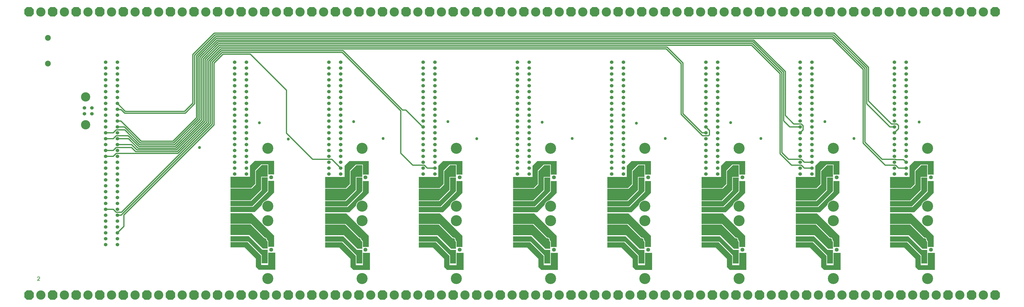
<source format=gbr>
G04 Layer_Physical_Order=2*
G04 Layer_Color=16440176*
%FSLAX45Y45*%
%MOMM*%
%TF.FileFunction,Copper,L2,Inr,Signal*%
%TF.Part,Single*%
G01*
G75*
%TA.AperFunction,NonConductor*%
%ADD12C,0.25400*%
%TA.AperFunction,ComponentPad*%
%ADD13C,1.69000*%
%ADD14R,1.69000X1.69000*%
%ADD15C,4.76000*%
%TA.AperFunction,ViaPad*%
G04:AMPARAMS|DCode=16|XSize=4mm|YSize=4mm|CornerRadius=0mm|HoleSize=0mm|Usage=FLASHONLY|Rotation=180.000|XOffset=0mm|YOffset=0mm|HoleType=Round|Shape=Octagon|*
%AMOCTAGOND16*
4,1,8,-2.00000,1.00000,-2.00000,-1.00000,-1.00000,-2.00000,1.00000,-2.00000,2.00000,-1.00000,2.00000,1.00000,1.00000,2.00000,-1.00000,2.00000,-2.00000,1.00000,0.0*
%
%ADD16OCTAGOND16*%

%TA.AperFunction,ComponentPad*%
%ADD17C,1.52400*%
%ADD18C,4.00000*%
%TA.AperFunction,ViaPad*%
%ADD19C,4.00000*%
%TA.AperFunction,ComponentPad*%
%ADD20C,2.50000*%
%TA.AperFunction,ViaPad*%
%ADD21C,1.27000*%
%TA.AperFunction,Conductor*%
%ADD22C,0.50000*%
G36*
X39567825Y7963700D02*
X39567822Y7658900D01*
X39364624D01*
X38780423Y8243100D01*
X37967624Y8243100D01*
X37967624Y8700300D01*
X38831223Y8700300D01*
X39567825Y7963700D01*
D02*
G37*
G36*
X35503824D02*
X35503824Y7658900D01*
X35300623D01*
X34716422Y8243100D01*
X33903622Y8243100D01*
X33903622Y8700300D01*
X34767224Y8700300D01*
X35503824Y7963700D01*
D02*
G37*
G36*
X15189200Y7975600D02*
X15189200Y7670800D01*
X14986000D01*
X14401801Y8255000D01*
X13589000Y8255000D01*
X13588998Y8712199D01*
X14452600Y8712200D01*
X15189200Y7975600D01*
D02*
G37*
G36*
X43631824Y7963700D02*
X43631824Y7658900D01*
X43428622D01*
X42844424Y8243100D01*
X42031622Y8243100D01*
X42031622Y8700300D01*
X42895224Y8700300D01*
X43631824Y7963700D01*
D02*
G37*
G36*
X23311824D02*
X23311823Y7658900D01*
X23108623D01*
X22524423Y8243100D01*
X21711623Y8243100D01*
X21711623Y8700300D01*
X22575223Y8700300D01*
X23311824Y7963700D01*
D02*
G37*
G36*
X19273224D02*
X19273222Y7658900D01*
X19070023D01*
X18485823Y8243100D01*
X17673022Y8243100D01*
X17673022Y8700300D01*
X18536623Y8700300D01*
X19273224Y7963700D01*
D02*
G37*
G36*
X31439825D02*
X31439822Y7658900D01*
X31236624D01*
X30652423Y8243100D01*
X29839624Y8243100D01*
X29839624Y8700300D01*
X30703223Y8700300D01*
X31439825Y7963700D01*
D02*
G37*
G36*
X27375824D02*
X27375824Y7658900D01*
X27172623D01*
X26588422Y8243100D01*
X25775623Y8243100D01*
X25775623Y8700300D01*
X26639224Y8700300D01*
X27375824Y7963700D01*
D02*
G37*
G36*
X39263022Y8801900D02*
X39847223Y8217700D01*
Y7735100D01*
X39593924D01*
X39593924Y7963699D01*
X39593924Y7963700D01*
X39593222Y7967230D01*
Y7989100D01*
X39551794Y8030527D01*
X39552451Y8035500D01*
X39548666Y8064242D01*
X39537573Y8091025D01*
X39519925Y8114024D01*
X39496924Y8131672D01*
X39470142Y8142766D01*
X39441400Y8146550D01*
X39436426Y8145896D01*
X38856622Y8725700D01*
X38834753D01*
X38831223Y8726402D01*
X37967624Y8726401D01*
X37967624Y9182900D01*
X38882022D01*
X39263022Y8801900D01*
D02*
G37*
G36*
X35199023D02*
X35783224Y8217700D01*
Y7735100D01*
X35529926D01*
X35529926Y7963699D01*
X35529926Y7963700D01*
X35529224Y7967230D01*
Y7989100D01*
X35487796Y8030527D01*
X35488449Y8035500D01*
X35484665Y8064242D01*
X35473572Y8091025D01*
X35455923Y8114024D01*
X35432925Y8131672D01*
X35406143Y8142766D01*
X35377399Y8146550D01*
X35372427Y8145896D01*
X34792621Y8725700D01*
X34770752D01*
X34767224Y8726402D01*
X33903622Y8726401D01*
X33903622Y9182900D01*
X34818024D01*
X35199023Y8801900D01*
D02*
G37*
G36*
X14884399Y8813800D02*
X14993469Y8704731D01*
X15012430Y8682530D01*
X15034631Y8663569D01*
X15468600Y8229600D01*
Y7747000D01*
X15215302D01*
X15215302Y7975599D01*
X15215302Y7975600D01*
X15214600Y7979130D01*
Y8000999D01*
X15166684Y8048916D01*
X15164667Y8064242D01*
X15153572Y8091025D01*
X15135924Y8114024D01*
X15112926Y8131672D01*
X15086142Y8142766D01*
X15070815Y8144784D01*
X14477998Y8737600D01*
X14456129D01*
X14452600Y8738302D01*
X13588998Y8738301D01*
X13589000Y9194800D01*
X14503400D01*
X14884399Y8813800D01*
D02*
G37*
G36*
X43327023Y8801900D02*
X43911224Y8217700D01*
Y7735100D01*
X43657925D01*
X43657925Y7963699D01*
X43657925Y7963700D01*
X43657224Y7967230D01*
Y7989100D01*
X43615796Y8030527D01*
X43616449Y8035500D01*
X43612665Y8064242D01*
X43601572Y8091025D01*
X43583923Y8114024D01*
X43560925Y8131672D01*
X43534143Y8142766D01*
X43505399Y8146550D01*
X43500427Y8145896D01*
X42920621Y8725700D01*
X42898752D01*
X42895224Y8726402D01*
X42031622Y8726401D01*
X42031622Y9182900D01*
X42946024D01*
X43327023Y8801900D01*
D02*
G37*
G36*
X23007024D02*
X23591223Y8217700D01*
Y7735100D01*
X23337926D01*
X23337926Y7963699D01*
X23337926Y7963700D01*
X23337222Y7967230D01*
Y7989100D01*
X23295795Y8030527D01*
X23296449Y8035500D01*
X23292667Y8064242D01*
X23281572Y8091025D01*
X23263924Y8114024D01*
X23240926Y8131672D01*
X23214142Y8142766D01*
X23185400Y8146550D01*
X23180428Y8145896D01*
X22600623Y8725700D01*
X22578754D01*
X22575223Y8726402D01*
X21711623Y8726401D01*
X21711623Y9182900D01*
X22626022D01*
X23007024Y8801900D01*
D02*
G37*
G36*
X18968423D02*
X19038786Y8731537D01*
X19049484Y8714081D01*
X19076430Y8682530D01*
X19107980Y8655584D01*
X19125436Y8644886D01*
X19552623Y8217700D01*
Y7735100D01*
X19299326D01*
X19299326Y7963699D01*
X19299326Y7963700D01*
X19298624Y7967230D01*
Y7989100D01*
X19229453Y8058271D01*
X19228667Y8064242D01*
X19217572Y8091025D01*
X19199924Y8114024D01*
X19176926Y8131672D01*
X19150142Y8142766D01*
X19144170Y8143552D01*
X18562022Y8725700D01*
X18540154D01*
X18536623Y8726402D01*
X17673022Y8726401D01*
X17673022Y9182900D01*
X18587424D01*
X18968423Y8801900D01*
D02*
G37*
G36*
X31135022D02*
X31719223Y8217700D01*
Y7735100D01*
X31465924D01*
X31465924Y7963699D01*
X31465924Y7963700D01*
X31465222Y7967230D01*
Y7989100D01*
X31423795Y8030527D01*
X31424451Y8035500D01*
X31420667Y8064242D01*
X31409573Y8091025D01*
X31391925Y8114024D01*
X31368924Y8131672D01*
X31342142Y8142766D01*
X31313400Y8146550D01*
X31308426Y8145896D01*
X30728622Y8725700D01*
X30706754D01*
X30703223Y8726402D01*
X29839624Y8726401D01*
X29839624Y9182900D01*
X30754022D01*
X31135022Y8801900D01*
D02*
G37*
G36*
X27071024D02*
X27655222Y8217700D01*
Y7735100D01*
X27401926D01*
X27401926Y7963699D01*
X27401926Y7963700D01*
X27401224Y7967230D01*
Y7989100D01*
X27359796Y8030527D01*
X27360449Y8035500D01*
X27356665Y8064242D01*
X27345572Y8091025D01*
X27327924Y8114024D01*
X27304926Y8131672D01*
X27278143Y8142766D01*
X27249399Y8146550D01*
X27244427Y8145896D01*
X26664621Y8725700D01*
X26642752D01*
X26639224Y8726402D01*
X25775623Y8726401D01*
X25775623Y9182900D01*
X26690024D01*
X27071024Y8801900D01*
D02*
G37*
G36*
X39287723Y7354801D02*
X39287723Y7023900D01*
X39288297Y7021007D01*
X39288422Y6947700D01*
X39593222D01*
X39593320Y7020856D01*
X39593924Y7023900D01*
X39593924Y7481100D01*
X39898022D01*
X39898022Y7468400D01*
Y6744500D01*
X39186823Y6744500D01*
X39059824Y6871500D01*
Y7227100D01*
X38577222Y7709700D01*
X37976620Y7709700D01*
X37967654Y7718697D01*
X37968427Y7937598D01*
X38704922Y7937599D01*
X39287723Y7354801D01*
D02*
G37*
G36*
X35223721D02*
X35223721Y7023900D01*
X35224298Y7021007D01*
X35224423Y6947700D01*
X35529224D01*
X35529318Y7020856D01*
X35529926Y7023900D01*
X35529926Y7481100D01*
X35834024D01*
X35834024Y7468400D01*
Y6744500D01*
X35122824Y6744500D01*
X34995822Y6871500D01*
Y7227100D01*
X34513223Y7709700D01*
X33912619Y7709700D01*
X33903656Y7718697D01*
X33904425Y7937598D01*
X34640924Y7937599D01*
X35223721Y7354801D01*
D02*
G37*
G36*
X14909099Y7366701D02*
X14909097Y7035800D01*
X14909674Y7032906D01*
X14909801Y6959600D01*
X15214600D01*
X15214696Y7032756D01*
X15215302Y7035800D01*
X15215302Y7493000D01*
X15519398D01*
X15519400Y7480300D01*
Y6756400D01*
X14808200Y6756400D01*
X14681200Y6883400D01*
Y7239000D01*
X14198599Y7721600D01*
X13597997Y7721600D01*
X13589032Y7730596D01*
X13589803Y7949498D01*
X14326302Y7949498D01*
X14909099Y7366701D01*
D02*
G37*
G36*
X43351721Y7354801D02*
X43351721Y7023900D01*
X43352298Y7021007D01*
X43352423Y6947700D01*
X43657224D01*
X43657318Y7020856D01*
X43657925Y7023900D01*
X43657925Y7481100D01*
X43962024D01*
X43962024Y7468400D01*
Y6744500D01*
X43250824Y6744500D01*
X43123822Y6871500D01*
Y7227100D01*
X42641223Y7709700D01*
X42040619Y7709700D01*
X42031656Y7718697D01*
X42032425Y7937598D01*
X42768924Y7937599D01*
X43351721Y7354801D01*
D02*
G37*
G36*
X23031721D02*
X23031721Y7023900D01*
X23032297Y7021007D01*
X23032423Y6947700D01*
X23337222D01*
X23337318Y7020856D01*
X23337926Y7023900D01*
X23337926Y7481100D01*
X23642023D01*
X23642023Y7468400D01*
Y6744500D01*
X22930823Y6744500D01*
X22803822Y6871500D01*
Y7227100D01*
X22321223Y7709700D01*
X21720619Y7709700D01*
X21711655Y7718697D01*
X21712427Y7937598D01*
X22448924Y7937599D01*
X23031721Y7354801D01*
D02*
G37*
G36*
X18993121D02*
X18993121Y7023900D01*
X18993697Y7021007D01*
X18993823Y6947700D01*
X19298624D01*
X19298718Y7020856D01*
X19299326Y7023900D01*
X19299326Y7481100D01*
X19603423D01*
X19603423Y7468400D01*
Y6744500D01*
X18892223Y6744500D01*
X18765224Y6871500D01*
Y7227100D01*
X18282623Y7709700D01*
X17682019Y7709700D01*
X17673055Y7718697D01*
X17673827Y7937598D01*
X18410324Y7937599D01*
X18993121Y7354801D01*
D02*
G37*
G36*
X31159723D02*
X31159723Y7023900D01*
X31160297Y7021007D01*
X31160422Y6947700D01*
X31465222D01*
X31465320Y7020856D01*
X31465924Y7023900D01*
X31465924Y7481100D01*
X31770023D01*
X31770023Y7468400D01*
Y6744500D01*
X31058823Y6744500D01*
X30931824Y6871500D01*
Y7227100D01*
X30449222Y7709700D01*
X29848621Y7709700D01*
X29839655Y7718697D01*
X29840427Y7937598D01*
X30576923Y7937599D01*
X31159723Y7354801D01*
D02*
G37*
G36*
X27095721D02*
X27095721Y7023900D01*
X27096298Y7021007D01*
X27096423Y6947700D01*
X27401224D01*
X27401318Y7020856D01*
X27401926Y7023900D01*
X27401926Y7481100D01*
X27706024D01*
X27706024Y7468400D01*
Y6744500D01*
X26994824Y6744500D01*
X26867822Y6871500D01*
Y7227100D01*
X26385223Y7709700D01*
X25784619Y7709700D01*
X25775656Y7718697D01*
X25776425Y7937598D01*
X26512924Y7937599D01*
X27095721Y7354801D01*
D02*
G37*
G36*
X39313824Y7633500D02*
X39339224Y7608100D01*
X39567822D01*
X39567822Y7023900D01*
X39313824Y7023900D01*
X39313824Y7379500D01*
X39186823Y7506500D01*
X38729623Y7963700D01*
X37967624Y7963700D01*
Y8192300D01*
X38755023Y8192300D01*
X39313824Y7633500D01*
D02*
G37*
G36*
X35249823D02*
X35275223Y7608100D01*
X35503824D01*
X35503824Y7023900D01*
X35249823Y7023900D01*
X35249823Y7379500D01*
X35122824Y7506500D01*
X34665622Y7963700D01*
X33903622Y7963700D01*
Y8192300D01*
X34691022Y8192300D01*
X35249823Y7633500D01*
D02*
G37*
G36*
X14935201Y7645400D02*
X14960600Y7620000D01*
X15189200D01*
X15189200Y7035800D01*
X14935201Y7035800D01*
X14935201Y7391400D01*
X14808200Y7518400D01*
X14350999Y7975600D01*
X13589000Y7975600D01*
Y8204200D01*
X14376401Y8204200D01*
X14935201Y7645400D01*
D02*
G37*
G36*
X43377823Y7633500D02*
X43403223Y7608100D01*
X43631824D01*
X43631824Y7023900D01*
X43377823Y7023900D01*
X43377823Y7379500D01*
X43250824Y7506500D01*
X42793622Y7963700D01*
X42031622Y7963700D01*
Y8192300D01*
X42819022Y8192300D01*
X43377823Y7633500D01*
D02*
G37*
G36*
X23057823D02*
X23083223Y7608100D01*
X23311823D01*
X23311823Y7023900D01*
X23057823Y7023900D01*
X23057825Y7379500D01*
X22930823Y7506500D01*
X22473624Y7963700D01*
X21711623Y7963700D01*
Y8192300D01*
X22499023Y8192300D01*
X23057823Y7633500D01*
D02*
G37*
G36*
X19019223D02*
X19044623Y7608100D01*
X19273222D01*
X19273222Y7023900D01*
X19019223Y7023900D01*
X19019225Y7379500D01*
X18892223Y7506500D01*
X18435023Y7963700D01*
X17673022Y7963700D01*
Y8192300D01*
X18460423Y8192300D01*
X19019223Y7633500D01*
D02*
G37*
G36*
X31185822D02*
X31211224Y7608100D01*
X31439822D01*
X31439822Y7023900D01*
X31185822Y7023900D01*
X31185825Y7379500D01*
X31058823Y7506500D01*
X30601624Y7963700D01*
X29839624Y7963700D01*
Y8192300D01*
X30627023Y8192300D01*
X31185822Y7633500D01*
D02*
G37*
G36*
X27121823D02*
X27147223Y7608100D01*
X27375824D01*
X27375824Y7023900D01*
X27121823Y7023900D01*
X27121823Y7379500D01*
X26994824Y7506500D01*
X26537622Y7963700D01*
X25775623Y7963700D01*
Y8192300D01*
X26563022Y8192300D01*
X27121823Y7633500D01*
D02*
G37*
G36*
X39567123Y10859300D02*
X39567822Y10855774D01*
Y10758402D01*
X39313824D01*
X39310294Y10757700D01*
X39288422D01*
Y10735826D01*
X39287723Y10732300D01*
Y10198199D01*
X38831924Y9742401D01*
X37967624D01*
Y10248999D01*
X38856622D01*
X38860150Y10249700D01*
X38882022D01*
X39059824Y10427500D01*
Y10449374D01*
X39060526Y10452900D01*
X39060526Y11012401D01*
X39313123Y11264999D01*
X39567123D01*
Y10859300D01*
D02*
G37*
G36*
X35503122D02*
X35503824Y10855774D01*
Y10758402D01*
X35249823D01*
X35246295Y10757700D01*
X35224423D01*
Y10735826D01*
X35223721Y10732300D01*
Y10198199D01*
X34767926Y9742401D01*
X33903622D01*
Y10248999D01*
X34792624D01*
X34796149Y10249700D01*
X34818024D01*
X34995825Y10427500D01*
Y10449374D01*
X34996524Y10452900D01*
X34996524Y11012401D01*
X35249121Y11264999D01*
X35503122D01*
Y10859300D01*
D02*
G37*
G36*
X15188498Y10871200D02*
X15189200Y10867674D01*
Y10770302D01*
X14935201D01*
X14931673Y10769600D01*
X14909801D01*
Y10747726D01*
X14909097Y10744200D01*
Y10210098D01*
X14453300Y9754301D01*
X13589000D01*
Y10260898D01*
X14478000D01*
X14481528Y10261600D01*
X14503400D01*
X14681200Y10439400D01*
Y10461274D01*
X14681902Y10464800D01*
X14681902Y11024301D01*
X14934499Y11276898D01*
X15188498D01*
Y10871200D01*
D02*
G37*
G36*
X43631122Y10859300D02*
X43631824Y10855774D01*
Y10758402D01*
X43377823D01*
X43374295Y10757700D01*
X43352423D01*
Y10735826D01*
X43351721Y10732300D01*
Y10198199D01*
X42895926Y9742401D01*
X42031622D01*
Y10248999D01*
X42920624D01*
X42924149Y10249700D01*
X42946024D01*
X43123825Y10427500D01*
Y10449374D01*
X43124524Y10452900D01*
X43124524Y11012401D01*
X43377121Y11264999D01*
X43631122D01*
Y10859300D01*
D02*
G37*
G36*
X23311122D02*
X23311823Y10855774D01*
Y10758402D01*
X23057823D01*
X23054295Y10757700D01*
X23032423D01*
Y10735826D01*
X23031721Y10732300D01*
Y10198199D01*
X22575925Y9742401D01*
X21711623D01*
Y10248999D01*
X22600623D01*
X22604150Y10249700D01*
X22626022D01*
X22803824Y10427500D01*
Y10449374D01*
X22804526Y10452900D01*
X22804526Y11012401D01*
X23057121Y11264999D01*
X23311122D01*
Y10859300D01*
D02*
G37*
G36*
X19272522D02*
X19273222Y10855774D01*
Y10758402D01*
X19019223D01*
X19015695Y10757700D01*
X18993823D01*
Y10735826D01*
X18993121Y10732300D01*
Y10198199D01*
X18537325Y9742401D01*
X17673022D01*
Y10248999D01*
X18562022D01*
X18565550Y10249700D01*
X18587424D01*
X18765224Y10427500D01*
Y10449374D01*
X18765926Y10452900D01*
X18765926Y11012401D01*
X19018523Y11264999D01*
X19272522D01*
Y10859300D01*
D02*
G37*
G36*
X31439120D02*
X31439822Y10855774D01*
Y10758402D01*
X31185822D01*
X31182294Y10757700D01*
X31160422D01*
Y10735826D01*
X31159723Y10732300D01*
Y10198199D01*
X30703925Y9742401D01*
X29839624D01*
Y10248999D01*
X30728622D01*
X30732150Y10249700D01*
X30754022D01*
X30931824Y10427500D01*
Y10449374D01*
X30932526Y10452900D01*
X30932526Y11012401D01*
X31185123Y11264999D01*
X31439120D01*
Y10859300D01*
D02*
G37*
G36*
X27375122D02*
X27375824Y10855774D01*
Y10758402D01*
X27121823D01*
X27118295Y10757700D01*
X27096423D01*
Y10735826D01*
X27095721Y10732300D01*
Y10198199D01*
X26639926Y9742401D01*
X25775623D01*
Y10248999D01*
X26664624D01*
X26668149Y10249700D01*
X26690024D01*
X26867825Y10427500D01*
Y10449374D01*
X26868524Y10452900D01*
X26868524Y11012401D01*
X27121121Y11264999D01*
X27375122D01*
Y10859300D01*
D02*
G37*
G36*
X39847223D02*
X39593222D01*
Y11291100D01*
X39288422D01*
X39034424Y11037100D01*
X39034424Y10452900D01*
X38856622Y10275100D01*
X37967624D01*
Y10757700D01*
X38805823D01*
Y11240300D01*
X38831223Y11265700D01*
X39009024Y11443500D01*
X39847223D01*
Y10859300D01*
D02*
G37*
G36*
X35783224D02*
X35529224D01*
Y11291100D01*
X35224423D01*
X34970422Y11037100D01*
X34970422Y10452900D01*
X34792624Y10275100D01*
X33903622D01*
Y10757700D01*
X34741824D01*
Y11240300D01*
X34767224Y11265700D01*
X34945023Y11443500D01*
X35783224D01*
Y10859300D01*
D02*
G37*
G36*
X15468600Y10871200D02*
X15214600D01*
Y11303000D01*
X14909801D01*
X14655800Y11049000D01*
X14655800Y10464800D01*
X14478000Y10287000D01*
X13589000D01*
Y10769600D01*
X14427200D01*
Y11252200D01*
X14452600Y11277600D01*
X14630400Y11455400D01*
X15468600D01*
Y10871200D01*
D02*
G37*
G36*
X43911224Y10859300D02*
X43657224D01*
Y11291100D01*
X43352423D01*
X43098422Y11037100D01*
X43098422Y10452900D01*
X42920624Y10275100D01*
X42031622D01*
Y10757700D01*
X42869824D01*
Y11240300D01*
X42895224Y11265700D01*
X43073022Y11443500D01*
X43911224D01*
Y10859300D01*
D02*
G37*
G36*
X23591223D02*
X23337222D01*
Y11291100D01*
X23032423D01*
X22778423Y11037100D01*
X22778423Y10452900D01*
X22600623Y10275100D01*
X21711623D01*
Y10757700D01*
X22549823D01*
Y11240300D01*
X22575223Y11265700D01*
X22753023Y11443500D01*
X23591223D01*
Y10859300D01*
D02*
G37*
G36*
X19552623D02*
X19298624D01*
Y11291100D01*
X18993823D01*
X18739822Y11037100D01*
X18739822Y10452900D01*
X18562022Y10275100D01*
X17673022D01*
Y10757700D01*
X18511223D01*
Y11240300D01*
X18536623Y11265700D01*
X18714423Y11443500D01*
X19552623D01*
Y10859300D01*
D02*
G37*
G36*
X31719223D02*
X31465222D01*
Y11291100D01*
X31160422D01*
X30906424Y11037100D01*
X30906424Y10452900D01*
X30728622Y10275100D01*
X29839624D01*
Y10757700D01*
X30677823D01*
Y11240300D01*
X30703223Y11265700D01*
X30881024Y11443500D01*
X31719223D01*
Y10859300D01*
D02*
G37*
G36*
X27655222D02*
X27401224D01*
Y11291100D01*
X27096423D01*
X26842422Y11037100D01*
X26842422Y10452900D01*
X26664624Y10275100D01*
X25775623D01*
Y10757700D01*
X26613824D01*
Y11240300D01*
X26639224Y11265700D01*
X26817023Y11443500D01*
X27655222D01*
Y10859300D01*
D02*
G37*
G36*
X39847223Y10071900D02*
X39527753Y9752431D01*
X39501691Y9746174D01*
X39463358Y9730295D01*
X39427982Y9708616D01*
X39396429Y9681670D01*
X39369485Y9650119D01*
X39347803Y9614742D01*
X39331927Y9576409D01*
X39325668Y9550346D01*
X39009024Y9233700D01*
X37967624D01*
Y9461599D01*
X38907422D01*
X38910950Y9462300D01*
X38932822D01*
X39593222Y10122700D01*
Y10144573D01*
X39593924Y10148100D01*
Y10579900D01*
X39847223D01*
Y10071900D01*
D02*
G37*
G36*
X35783224D02*
X35463754Y9752431D01*
X35437692Y9746174D01*
X35399359Y9730295D01*
X35363980Y9708616D01*
X35332431Y9681670D01*
X35305484Y9650119D01*
X35283804Y9614742D01*
X35267926Y9576409D01*
X35261670Y9550346D01*
X34945023Y9233700D01*
X33903622D01*
Y9461599D01*
X34843423D01*
X34846951Y9462300D01*
X34868823D01*
X35529224Y10122700D01*
Y10144573D01*
X35529926Y10148100D01*
Y10579900D01*
X35783224D01*
Y10071900D01*
D02*
G37*
G36*
X15468600Y10083800D02*
X15135170Y9750370D01*
X15117691Y9746174D01*
X15079358Y9730295D01*
X15043980Y9708616D01*
X15012430Y9681670D01*
X14985484Y9650119D01*
X14963805Y9614742D01*
X14947926Y9576409D01*
X14943730Y9558930D01*
X14630400Y9245600D01*
X13589000D01*
Y9473498D01*
X14528799D01*
X14532327Y9474200D01*
X14554201D01*
X15214600Y10134600D01*
Y10156473D01*
X15215302Y10160000D01*
Y10591800D01*
X15468600D01*
Y10083800D01*
D02*
G37*
G36*
X43911224Y10071900D02*
X43591754Y9752431D01*
X43565692Y9746174D01*
X43527359Y9730295D01*
X43491980Y9708616D01*
X43460431Y9681670D01*
X43433484Y9650119D01*
X43411804Y9614742D01*
X43395926Y9576409D01*
X43389670Y9550346D01*
X43073022Y9233700D01*
X42031622D01*
Y9461599D01*
X42971423D01*
X42974951Y9462300D01*
X42996823D01*
X43657224Y10122700D01*
Y10144573D01*
X43657925Y10148100D01*
Y10579900D01*
X43911224D01*
Y10071900D01*
D02*
G37*
G36*
X23591223D02*
X23271754Y9752431D01*
X23245691Y9746174D01*
X23207358Y9730295D01*
X23171980Y9708616D01*
X23140430Y9681670D01*
X23113484Y9650119D01*
X23091805Y9614742D01*
X23075926Y9576409D01*
X23069669Y9550346D01*
X22753023Y9233700D01*
X21711623D01*
Y9461599D01*
X22651424D01*
X22654950Y9462300D01*
X22676823D01*
X23337222Y10122700D01*
Y10144573D01*
X23337926Y10148100D01*
Y10579900D01*
X23591223D01*
Y10071900D01*
D02*
G37*
G36*
X19552623D02*
X19237827Y9757102D01*
X19222037Y9755860D01*
X19181691Y9746174D01*
X19143358Y9730295D01*
X19107980Y9708616D01*
X19076430Y9681670D01*
X19049484Y9650119D01*
X19027805Y9614742D01*
X19011926Y9576409D01*
X19002240Y9536064D01*
X19000998Y9520274D01*
X18714423Y9233700D01*
X17673022D01*
Y9461599D01*
X18612823D01*
X18616350Y9462300D01*
X18638223D01*
X19298624Y10122700D01*
Y10144573D01*
X19299326Y10148100D01*
Y10579900D01*
X19552623D01*
Y10071900D01*
D02*
G37*
G36*
X31719223D02*
X31399753Y9752431D01*
X31373691Y9746174D01*
X31335358Y9730295D01*
X31299982Y9708616D01*
X31268430Y9681670D01*
X31241483Y9650119D01*
X31219803Y9614742D01*
X31203925Y9576409D01*
X31197668Y9550346D01*
X30881024Y9233700D01*
X29839624D01*
Y9461599D01*
X30779422D01*
X30782950Y9462300D01*
X30804822D01*
X31465222Y10122700D01*
Y10144573D01*
X31465924Y10148100D01*
Y10579900D01*
X31719223D01*
Y10071900D01*
D02*
G37*
G36*
X27655222D02*
X27335754Y9752431D01*
X27309692Y9746174D01*
X27271359Y9730295D01*
X27235980Y9708616D01*
X27204431Y9681670D01*
X27177484Y9650119D01*
X27155804Y9614742D01*
X27139926Y9576409D01*
X27133670Y9550346D01*
X26817023Y9233700D01*
X25775623D01*
Y9461599D01*
X26715424D01*
X26718951Y9462300D01*
X26740823D01*
X27401224Y10122700D01*
Y10144573D01*
X27401926Y10148100D01*
Y10579900D01*
X27655222D01*
Y10071900D01*
D02*
G37*
G36*
X39567822Y10148100D02*
X38907422Y9487700D01*
X37967624D01*
X37967624Y9716300D01*
X38856622D01*
X39313824Y10173500D01*
Y10732300D01*
X39567822D01*
Y10148100D01*
D02*
G37*
G36*
X35503824D02*
X34843423Y9487700D01*
X33903622D01*
X33903622Y9716300D01*
X34792624D01*
X35249823Y10173500D01*
Y10732300D01*
X35503824D01*
Y10148100D01*
D02*
G37*
G36*
X15189200Y10160000D02*
X14528799Y9499600D01*
X13589000D01*
X13589000Y9728200D01*
X14478000D01*
X14935201Y10185400D01*
Y10744200D01*
X15189200D01*
Y10160000D01*
D02*
G37*
G36*
X43631824Y10148100D02*
X42971423Y9487700D01*
X42031622D01*
X42031622Y9716300D01*
X42920624D01*
X43377823Y10173500D01*
Y10732300D01*
X43631824D01*
Y10148100D01*
D02*
G37*
G36*
X23311823D02*
X22651424Y9487700D01*
X21711623D01*
X21711623Y9716300D01*
X22600623D01*
X23057823Y10173500D01*
Y10732300D01*
X23311823D01*
Y10148100D01*
D02*
G37*
G36*
X19273222D02*
X18612823Y9487700D01*
X17673022D01*
X17673022Y9716300D01*
X18562022D01*
X19019223Y10173500D01*
Y10732300D01*
X19273222D01*
Y10148100D01*
D02*
G37*
G36*
X31439822D02*
X30779422Y9487700D01*
X29839624D01*
X29839624Y9716300D01*
X30728622D01*
X31185822Y10173500D01*
Y10732300D01*
X31439822D01*
Y10148100D01*
D02*
G37*
G36*
X27375824D02*
X26715424Y9487700D01*
X25775623D01*
X25775623Y9716300D01*
X26664624D01*
X27121823Y10173500D01*
Y10732300D01*
X27375824D01*
Y10148100D01*
D02*
G37*
D12*
X5359367Y6299200D02*
X5257800D01*
X5359367Y6400767D01*
Y6426159D01*
X5333975Y6451551D01*
X5283192D01*
X5257800Y6426159D01*
D13*
X19405400Y10190200D02*
D03*
X19121400Y10328700D02*
D03*
X19405400Y10467200D02*
D03*
X19121400Y10605700D02*
D03*
X19405400Y10744200D02*
D03*
X19121400Y10882700D02*
D03*
X19405400Y11021200D02*
D03*
X19121400Y11159700D02*
D03*
X23469400Y10190200D02*
D03*
X23185400Y10328700D02*
D03*
X23469400Y10467200D02*
D03*
X23185400Y10605700D02*
D03*
X23469400Y10744200D02*
D03*
X23185400Y10882700D02*
D03*
X23469400Y11021200D02*
D03*
X23185400Y11159700D02*
D03*
X27533401Y10190200D02*
D03*
X27249399Y10328700D02*
D03*
X27533401Y10467200D02*
D03*
X27249399Y10605700D02*
D03*
X27533401Y10744200D02*
D03*
X27249399Y10882700D02*
D03*
X27533401Y11021200D02*
D03*
X27249399Y11159700D02*
D03*
X31597400Y10190200D02*
D03*
X31313400Y10328700D02*
D03*
X31597400Y10467200D02*
D03*
X31313400Y10605700D02*
D03*
X31597400Y10744200D02*
D03*
X31313400Y10882700D02*
D03*
X31597400Y11021200D02*
D03*
X31313400Y11159700D02*
D03*
X35661401Y10190200D02*
D03*
X35377399Y10328700D02*
D03*
X35661401Y10467200D02*
D03*
X35377399Y10605700D02*
D03*
X35661401Y10744200D02*
D03*
X35377399Y10882700D02*
D03*
X35661401Y11021200D02*
D03*
X35377399Y11159700D02*
D03*
X39725400Y10190200D02*
D03*
X39441400Y10328700D02*
D03*
X39725400Y10467200D02*
D03*
X39441400Y10605700D02*
D03*
X39725400Y10744200D02*
D03*
X39441400Y10882700D02*
D03*
X39725400Y11021200D02*
D03*
X39441400Y11159700D02*
D03*
X43789401Y10190200D02*
D03*
X43505399Y10328700D02*
D03*
X43789401Y10467200D02*
D03*
X43505399Y10605700D02*
D03*
X43789401Y10744200D02*
D03*
X43505399Y10882700D02*
D03*
X43789401Y11021200D02*
D03*
X43505399Y11159700D02*
D03*
X43789401Y7066000D02*
D03*
X43505399Y7204500D02*
D03*
X43789401Y7343000D02*
D03*
X43505399Y7481500D02*
D03*
X43789401Y7620000D02*
D03*
X43505399Y7758500D02*
D03*
X43789401Y7897000D02*
D03*
X43505399Y8035500D02*
D03*
X39725400Y7066000D02*
D03*
X39441400Y7204500D02*
D03*
X39725400Y7343000D02*
D03*
X39441400Y7481500D02*
D03*
X39725400Y7620000D02*
D03*
X39441400Y7758500D02*
D03*
X39725400Y7897000D02*
D03*
X39441400Y8035500D02*
D03*
X35661401Y7066000D02*
D03*
X35377399Y7204500D02*
D03*
X35661401Y7343000D02*
D03*
X35377399Y7481500D02*
D03*
X35661401Y7620000D02*
D03*
X35377399Y7758500D02*
D03*
X35661401Y7897000D02*
D03*
X35377399Y8035500D02*
D03*
X31597400Y7066000D02*
D03*
X31313400Y7204500D02*
D03*
X31597400Y7343000D02*
D03*
X31313400Y7481500D02*
D03*
X31597400Y7620000D02*
D03*
X31313400Y7758500D02*
D03*
X31597400Y7897000D02*
D03*
X31313400Y8035500D02*
D03*
X27533401Y7066000D02*
D03*
X27249399Y7204500D02*
D03*
X27533401Y7343000D02*
D03*
X27249399Y7481500D02*
D03*
X27533401Y7620000D02*
D03*
X27249399Y7758500D02*
D03*
X27533401Y7897000D02*
D03*
X27249399Y8035500D02*
D03*
X23469400Y7066000D02*
D03*
X23185400Y7204500D02*
D03*
X23469400Y7343000D02*
D03*
X23185400Y7481500D02*
D03*
X23469400Y7620000D02*
D03*
X23185400Y7758500D02*
D03*
X23469400Y7897000D02*
D03*
X23185400Y8035500D02*
D03*
X19405400Y7066000D02*
D03*
X19121400Y7204500D02*
D03*
X19405400Y7343000D02*
D03*
X19121400Y7481500D02*
D03*
X19405400Y7620000D02*
D03*
X19121400Y7758500D02*
D03*
X19405400Y7897000D02*
D03*
X19121400Y8035500D02*
D03*
X15341400Y10190200D02*
D03*
X15057401Y10328700D02*
D03*
X15341400Y10467200D02*
D03*
X15057401Y10605700D02*
D03*
X15341400Y10744200D02*
D03*
X15057401Y10882700D02*
D03*
X15341400Y11021200D02*
D03*
X15057401Y11159700D02*
D03*
X15341400Y7066000D02*
D03*
X15057401Y7204500D02*
D03*
X15341400Y7343000D02*
D03*
X15057401Y7481500D02*
D03*
X15341400Y7620000D02*
D03*
X15057401Y7758500D02*
D03*
X15341400Y7897000D02*
D03*
X15057401Y8035500D02*
D03*
D14*
X19405400Y11298200D02*
D03*
X23469400D02*
D03*
X27533401D02*
D03*
X31597400D02*
D03*
X35661401D02*
D03*
X39725400D02*
D03*
X43789401D02*
D03*
Y8174000D02*
D03*
X39725400D02*
D03*
X35661401D02*
D03*
X31597400D02*
D03*
X27533401D02*
D03*
X23469400D02*
D03*
X19405400D02*
D03*
X15341400Y11298200D02*
D03*
Y8174000D02*
D03*
D15*
X19263400Y11993700D02*
D03*
Y9494700D02*
D03*
X23327400Y11993700D02*
D03*
Y9494700D02*
D03*
X27391400Y11993700D02*
D03*
Y9494700D02*
D03*
X31455399Y11993700D02*
D03*
Y9494700D02*
D03*
X35519400Y11993700D02*
D03*
Y9494700D02*
D03*
X39583401Y11993700D02*
D03*
Y9494700D02*
D03*
X43647400Y11993700D02*
D03*
Y9494700D02*
D03*
Y8869500D02*
D03*
Y6370500D02*
D03*
X39583401Y8869500D02*
D03*
Y6370500D02*
D03*
X35519400Y8869500D02*
D03*
Y6370500D02*
D03*
X31455399Y8869500D02*
D03*
Y6370500D02*
D03*
X27391400Y8869500D02*
D03*
Y6370500D02*
D03*
X23327400Y8869500D02*
D03*
Y6370500D02*
D03*
X19263400Y8869500D02*
D03*
Y6370500D02*
D03*
X15199400Y11993700D02*
D03*
Y9494700D02*
D03*
Y8869500D02*
D03*
Y6370500D02*
D03*
D16*
X4902200Y17884140D02*
D03*
X5918200D02*
D03*
X6934200D02*
D03*
X7950200D02*
D03*
X8966200D02*
D03*
X9982200D02*
D03*
X10998200D02*
D03*
X12014200D02*
D03*
X13030200D02*
D03*
X14046201D02*
D03*
X15062199D02*
D03*
X16078200D02*
D03*
X17094200D02*
D03*
X18110201D02*
D03*
X19126199D02*
D03*
X20142200D02*
D03*
X21158200D02*
D03*
X22174200D02*
D03*
X23190199D02*
D03*
X24206200D02*
D03*
X25222200D02*
D03*
X26238199D02*
D03*
X27254199D02*
D03*
X28270200D02*
D03*
X29286200D02*
D03*
X30302200D02*
D03*
X31318201D02*
D03*
X32334201D02*
D03*
X33350201D02*
D03*
X34366199D02*
D03*
X35382199D02*
D03*
X36398199D02*
D03*
X37414200D02*
D03*
X38430200D02*
D03*
X39446201D02*
D03*
X40462201D02*
D03*
X41478201D02*
D03*
X42494199D02*
D03*
X43510199D02*
D03*
X44526199D02*
D03*
X45542200D02*
D03*
X46558200D02*
D03*
X4902200Y5661660D02*
D03*
X5918200D02*
D03*
X6934200D02*
D03*
X7950200D02*
D03*
X8966200D02*
D03*
X9982200D02*
D03*
X10998200D02*
D03*
X12014200D02*
D03*
X13030200D02*
D03*
X14046201D02*
D03*
X15062199D02*
D03*
X16078200D02*
D03*
X17094200D02*
D03*
X18110201D02*
D03*
X19126199D02*
D03*
X20142200D02*
D03*
X21158200D02*
D03*
X22174200D02*
D03*
X23190199D02*
D03*
X24206200D02*
D03*
X25222200D02*
D03*
X26238199D02*
D03*
X27254199D02*
D03*
X28270200D02*
D03*
X29286200D02*
D03*
X30302200D02*
D03*
X31318201D02*
D03*
X32334201D02*
D03*
X33350201D02*
D03*
X34366199D02*
D03*
X35382199D02*
D03*
X36398199D02*
D03*
X37414200D02*
D03*
X38430200D02*
D03*
X39446201D02*
D03*
X40462201D02*
D03*
X41478201D02*
D03*
X42494199D02*
D03*
X43510199D02*
D03*
X44526199D02*
D03*
X45542200D02*
D03*
X46558200D02*
D03*
D17*
X13766800Y7835900D02*
D03*
Y8089900D02*
D03*
Y8343900D02*
D03*
Y8597900D02*
D03*
Y8851900D02*
D03*
Y9105900D02*
D03*
Y9359900D02*
D03*
Y9613900D02*
D03*
Y9867900D02*
D03*
Y10121900D02*
D03*
Y10375900D02*
D03*
Y10629900D02*
D03*
Y10883900D02*
D03*
Y11137900D02*
D03*
Y11391900D02*
D03*
Y11645900D02*
D03*
Y11899900D02*
D03*
Y12153900D02*
D03*
Y12407900D02*
D03*
Y12661900D02*
D03*
Y12915900D02*
D03*
Y13169901D02*
D03*
Y13423900D02*
D03*
Y13677901D02*
D03*
Y13931900D02*
D03*
Y14185899D02*
D03*
Y14439900D02*
D03*
Y14693900D02*
D03*
Y14947900D02*
D03*
Y15201900D02*
D03*
Y15455901D02*
D03*
Y15709900D02*
D03*
X14274800Y7835900D02*
D03*
Y8089900D02*
D03*
Y8343900D02*
D03*
Y8597900D02*
D03*
Y8851900D02*
D03*
Y9105900D02*
D03*
Y9359900D02*
D03*
Y9613900D02*
D03*
Y9867900D02*
D03*
Y10121900D02*
D03*
Y10375900D02*
D03*
Y10629900D02*
D03*
Y10883900D02*
D03*
Y11137900D02*
D03*
Y11391900D02*
D03*
Y11645900D02*
D03*
Y11899900D02*
D03*
Y12153900D02*
D03*
Y12407900D02*
D03*
Y12661900D02*
D03*
Y12915900D02*
D03*
Y13169901D02*
D03*
Y13423900D02*
D03*
Y13677901D02*
D03*
Y13931900D02*
D03*
Y14185899D02*
D03*
Y14439900D02*
D03*
Y14693900D02*
D03*
Y14947900D02*
D03*
Y15201900D02*
D03*
Y15455901D02*
D03*
Y15709900D02*
D03*
X8204200Y7835900D02*
D03*
Y8089900D02*
D03*
Y8343900D02*
D03*
Y8597900D02*
D03*
Y8851900D02*
D03*
Y9105900D02*
D03*
Y9359900D02*
D03*
Y9613900D02*
D03*
Y9867900D02*
D03*
Y10121900D02*
D03*
Y10375900D02*
D03*
Y10629900D02*
D03*
Y10883900D02*
D03*
Y11137900D02*
D03*
Y11391900D02*
D03*
Y11645900D02*
D03*
Y11899900D02*
D03*
Y12153900D02*
D03*
Y12407900D02*
D03*
Y12661900D02*
D03*
Y12915900D02*
D03*
Y13169901D02*
D03*
Y13423900D02*
D03*
Y13677901D02*
D03*
Y13931900D02*
D03*
Y14185899D02*
D03*
Y14439900D02*
D03*
Y14693900D02*
D03*
Y14947900D02*
D03*
Y15201900D02*
D03*
Y15455901D02*
D03*
Y15709900D02*
D03*
X8712200Y7835900D02*
D03*
Y8089900D02*
D03*
Y8343900D02*
D03*
Y8597900D02*
D03*
Y8851900D02*
D03*
Y9105900D02*
D03*
Y9359900D02*
D03*
Y9613900D02*
D03*
Y9867900D02*
D03*
Y10121900D02*
D03*
Y10375900D02*
D03*
Y10629900D02*
D03*
Y10883900D02*
D03*
Y11137900D02*
D03*
Y11391900D02*
D03*
Y11645900D02*
D03*
Y11899900D02*
D03*
Y12153900D02*
D03*
Y12407900D02*
D03*
Y12661900D02*
D03*
Y12915900D02*
D03*
Y13169901D02*
D03*
Y13423900D02*
D03*
Y13677901D02*
D03*
Y13931900D02*
D03*
Y14185899D02*
D03*
Y14439900D02*
D03*
Y14693900D02*
D03*
Y14947900D02*
D03*
Y15201900D02*
D03*
Y15455901D02*
D03*
Y15709900D02*
D03*
X17830800Y7835900D02*
D03*
Y8089900D02*
D03*
Y8343900D02*
D03*
Y8597900D02*
D03*
Y8851900D02*
D03*
Y9105900D02*
D03*
Y9359900D02*
D03*
Y9613900D02*
D03*
Y9867900D02*
D03*
Y10121900D02*
D03*
Y10375900D02*
D03*
Y10629900D02*
D03*
Y10883900D02*
D03*
Y11137900D02*
D03*
Y11391900D02*
D03*
Y11645900D02*
D03*
Y11899900D02*
D03*
Y12153900D02*
D03*
Y12407900D02*
D03*
Y12661900D02*
D03*
Y12915900D02*
D03*
Y13169901D02*
D03*
Y13423900D02*
D03*
Y13677901D02*
D03*
Y13931900D02*
D03*
Y14185899D02*
D03*
Y14439900D02*
D03*
Y14693900D02*
D03*
Y14947900D02*
D03*
Y15201900D02*
D03*
Y15455901D02*
D03*
Y15709900D02*
D03*
X18338800Y7835900D02*
D03*
Y8089900D02*
D03*
Y8343900D02*
D03*
Y8597900D02*
D03*
Y8851900D02*
D03*
Y9105900D02*
D03*
Y9359900D02*
D03*
Y9613900D02*
D03*
Y9867900D02*
D03*
Y10121900D02*
D03*
Y10375900D02*
D03*
Y10629900D02*
D03*
Y10883900D02*
D03*
Y11137900D02*
D03*
Y11391900D02*
D03*
Y11645900D02*
D03*
Y11899900D02*
D03*
Y12153900D02*
D03*
Y12407900D02*
D03*
Y12661900D02*
D03*
Y12915900D02*
D03*
Y13169901D02*
D03*
Y13423900D02*
D03*
Y13677901D02*
D03*
Y13931900D02*
D03*
Y14185899D02*
D03*
Y14439900D02*
D03*
Y14693900D02*
D03*
Y14947900D02*
D03*
Y15201900D02*
D03*
Y15455901D02*
D03*
Y15709900D02*
D03*
X21894800Y7835900D02*
D03*
Y8089900D02*
D03*
Y8343900D02*
D03*
Y8597900D02*
D03*
Y8851900D02*
D03*
Y9105900D02*
D03*
Y9359900D02*
D03*
Y9613900D02*
D03*
Y9867900D02*
D03*
Y10121900D02*
D03*
Y10375900D02*
D03*
Y10629900D02*
D03*
Y10883900D02*
D03*
Y11137900D02*
D03*
Y11391900D02*
D03*
Y11645900D02*
D03*
Y11899900D02*
D03*
Y12153900D02*
D03*
Y12407900D02*
D03*
Y12661900D02*
D03*
Y12915900D02*
D03*
Y13169901D02*
D03*
Y13423900D02*
D03*
Y13677901D02*
D03*
Y13931900D02*
D03*
Y14185899D02*
D03*
Y14439900D02*
D03*
Y14693900D02*
D03*
Y14947900D02*
D03*
Y15201900D02*
D03*
Y15455901D02*
D03*
Y15709900D02*
D03*
X22402800Y7835900D02*
D03*
Y8089900D02*
D03*
Y8343900D02*
D03*
Y8597900D02*
D03*
Y8851900D02*
D03*
Y9105900D02*
D03*
Y9359900D02*
D03*
Y9613900D02*
D03*
Y9867900D02*
D03*
Y10121900D02*
D03*
Y10375900D02*
D03*
Y10629900D02*
D03*
Y10883900D02*
D03*
Y11137900D02*
D03*
Y11391900D02*
D03*
Y11645900D02*
D03*
Y11899900D02*
D03*
Y12153900D02*
D03*
Y12407900D02*
D03*
Y12661900D02*
D03*
Y12915900D02*
D03*
Y13169901D02*
D03*
Y13423900D02*
D03*
Y13677901D02*
D03*
Y13931900D02*
D03*
Y14185899D02*
D03*
Y14439900D02*
D03*
Y14693900D02*
D03*
Y14947900D02*
D03*
Y15201900D02*
D03*
Y15455901D02*
D03*
Y15709900D02*
D03*
X25958801Y7835900D02*
D03*
Y8089900D02*
D03*
Y8343900D02*
D03*
Y8597900D02*
D03*
Y8851900D02*
D03*
Y9105900D02*
D03*
Y9359900D02*
D03*
Y9613900D02*
D03*
Y9867900D02*
D03*
Y10121900D02*
D03*
Y10375900D02*
D03*
Y10629900D02*
D03*
Y10883900D02*
D03*
Y11137900D02*
D03*
Y11391900D02*
D03*
Y11645900D02*
D03*
Y11899900D02*
D03*
Y12153900D02*
D03*
Y12407900D02*
D03*
Y12661900D02*
D03*
Y12915900D02*
D03*
Y13169901D02*
D03*
Y13423900D02*
D03*
Y13677901D02*
D03*
Y13931900D02*
D03*
Y14185899D02*
D03*
Y14439900D02*
D03*
Y14693900D02*
D03*
Y14947900D02*
D03*
Y15201900D02*
D03*
Y15455901D02*
D03*
Y15709900D02*
D03*
X26466800Y7835900D02*
D03*
Y8089900D02*
D03*
Y8343900D02*
D03*
Y8597900D02*
D03*
Y8851900D02*
D03*
Y9105900D02*
D03*
Y9359900D02*
D03*
Y9613900D02*
D03*
Y9867900D02*
D03*
Y10121900D02*
D03*
Y10375900D02*
D03*
Y10629900D02*
D03*
Y10883900D02*
D03*
Y11137900D02*
D03*
Y11391900D02*
D03*
Y11645900D02*
D03*
Y11899900D02*
D03*
Y12153900D02*
D03*
Y12407900D02*
D03*
Y12661900D02*
D03*
Y12915900D02*
D03*
Y13169901D02*
D03*
Y13423900D02*
D03*
Y13677901D02*
D03*
Y13931900D02*
D03*
Y14185899D02*
D03*
Y14439900D02*
D03*
Y14693900D02*
D03*
Y14947900D02*
D03*
Y15201900D02*
D03*
Y15455901D02*
D03*
Y15709900D02*
D03*
X30022800Y7835900D02*
D03*
Y8089900D02*
D03*
Y8343900D02*
D03*
Y8597900D02*
D03*
Y8851900D02*
D03*
Y9105900D02*
D03*
Y9359900D02*
D03*
Y9613900D02*
D03*
Y9867900D02*
D03*
Y10121900D02*
D03*
Y10375900D02*
D03*
Y10629900D02*
D03*
Y10883900D02*
D03*
Y11137900D02*
D03*
Y11391900D02*
D03*
Y11645900D02*
D03*
Y11899900D02*
D03*
Y12153900D02*
D03*
Y12407900D02*
D03*
Y12661900D02*
D03*
Y12915900D02*
D03*
Y13169901D02*
D03*
Y13423900D02*
D03*
Y13677901D02*
D03*
Y13931900D02*
D03*
Y14185899D02*
D03*
Y14439900D02*
D03*
Y14693900D02*
D03*
Y14947900D02*
D03*
Y15201900D02*
D03*
Y15455901D02*
D03*
Y15709900D02*
D03*
X30530801Y7835900D02*
D03*
Y8089900D02*
D03*
Y8343900D02*
D03*
Y8597900D02*
D03*
Y8851900D02*
D03*
Y9105900D02*
D03*
Y9359900D02*
D03*
Y9613900D02*
D03*
Y9867900D02*
D03*
Y10121900D02*
D03*
Y10375900D02*
D03*
Y10629900D02*
D03*
Y10883900D02*
D03*
Y11137900D02*
D03*
Y11391900D02*
D03*
Y11645900D02*
D03*
Y11899900D02*
D03*
Y12153900D02*
D03*
Y12407900D02*
D03*
Y12661900D02*
D03*
Y12915900D02*
D03*
Y13169901D02*
D03*
Y13423900D02*
D03*
Y13677901D02*
D03*
Y13931900D02*
D03*
Y14185899D02*
D03*
Y14439900D02*
D03*
Y14693900D02*
D03*
Y14947900D02*
D03*
Y15201900D02*
D03*
Y15455901D02*
D03*
Y15709900D02*
D03*
X34086801Y7835900D02*
D03*
Y8089900D02*
D03*
Y8343900D02*
D03*
Y8597900D02*
D03*
Y8851900D02*
D03*
Y9105900D02*
D03*
Y9359900D02*
D03*
Y9613900D02*
D03*
Y9867900D02*
D03*
Y10121900D02*
D03*
Y10375900D02*
D03*
Y10629900D02*
D03*
Y10883900D02*
D03*
Y11137900D02*
D03*
Y11391900D02*
D03*
Y11645900D02*
D03*
Y11899900D02*
D03*
Y12153900D02*
D03*
Y12407900D02*
D03*
Y12661900D02*
D03*
Y12915900D02*
D03*
Y13169901D02*
D03*
Y13423900D02*
D03*
Y13677901D02*
D03*
Y13931900D02*
D03*
Y14185899D02*
D03*
Y14439900D02*
D03*
Y14693900D02*
D03*
Y14947900D02*
D03*
Y15201900D02*
D03*
Y15455901D02*
D03*
Y15709900D02*
D03*
X34594800Y7835900D02*
D03*
Y8089900D02*
D03*
Y8343900D02*
D03*
Y8597900D02*
D03*
Y8851900D02*
D03*
Y9105900D02*
D03*
Y9359900D02*
D03*
Y9613900D02*
D03*
Y9867900D02*
D03*
Y10121900D02*
D03*
Y10375900D02*
D03*
Y10629900D02*
D03*
Y10883900D02*
D03*
Y11137900D02*
D03*
Y11391900D02*
D03*
Y11645900D02*
D03*
Y11899900D02*
D03*
Y12153900D02*
D03*
Y12407900D02*
D03*
Y12661900D02*
D03*
Y12915900D02*
D03*
Y13169901D02*
D03*
Y13423900D02*
D03*
Y13677901D02*
D03*
Y13931900D02*
D03*
Y14185899D02*
D03*
Y14439900D02*
D03*
Y14693900D02*
D03*
Y14947900D02*
D03*
Y15201900D02*
D03*
Y15455901D02*
D03*
Y15709900D02*
D03*
X38150800Y7835900D02*
D03*
Y8089900D02*
D03*
Y8343900D02*
D03*
Y8597900D02*
D03*
Y8851900D02*
D03*
Y9105900D02*
D03*
Y9359900D02*
D03*
Y9613900D02*
D03*
Y9867900D02*
D03*
Y10121900D02*
D03*
Y10375900D02*
D03*
Y10629900D02*
D03*
Y10883900D02*
D03*
Y11137900D02*
D03*
Y11391900D02*
D03*
Y11645900D02*
D03*
Y11899900D02*
D03*
Y12153900D02*
D03*
Y12407900D02*
D03*
Y12661900D02*
D03*
Y12915900D02*
D03*
Y13169901D02*
D03*
Y13423900D02*
D03*
Y13677901D02*
D03*
Y13931900D02*
D03*
Y14185899D02*
D03*
Y14439900D02*
D03*
Y14693900D02*
D03*
Y14947900D02*
D03*
Y15201900D02*
D03*
Y15455901D02*
D03*
Y15709900D02*
D03*
X38658801Y7835900D02*
D03*
Y8089900D02*
D03*
Y8343900D02*
D03*
Y8597900D02*
D03*
Y8851900D02*
D03*
Y9105900D02*
D03*
Y9359900D02*
D03*
Y9613900D02*
D03*
Y9867900D02*
D03*
Y10121900D02*
D03*
Y10375900D02*
D03*
Y10629900D02*
D03*
Y10883900D02*
D03*
Y11137900D02*
D03*
Y11391900D02*
D03*
Y11645900D02*
D03*
Y11899900D02*
D03*
Y12153900D02*
D03*
Y12407900D02*
D03*
Y12661900D02*
D03*
Y12915900D02*
D03*
Y13169901D02*
D03*
Y13423900D02*
D03*
Y13677901D02*
D03*
Y13931900D02*
D03*
Y14185899D02*
D03*
Y14439900D02*
D03*
Y14693900D02*
D03*
Y14947900D02*
D03*
Y15201900D02*
D03*
Y15455901D02*
D03*
Y15709900D02*
D03*
X42214801Y7835900D02*
D03*
Y8089900D02*
D03*
Y8343900D02*
D03*
Y8597900D02*
D03*
Y8851900D02*
D03*
Y9105900D02*
D03*
Y9359900D02*
D03*
Y9613900D02*
D03*
Y9867900D02*
D03*
Y10121900D02*
D03*
Y10375900D02*
D03*
Y10629900D02*
D03*
Y10883900D02*
D03*
Y11137900D02*
D03*
Y11391900D02*
D03*
Y11645900D02*
D03*
Y11899900D02*
D03*
Y12153900D02*
D03*
Y12407900D02*
D03*
Y12661900D02*
D03*
Y12915900D02*
D03*
Y13169901D02*
D03*
Y13423900D02*
D03*
Y13677901D02*
D03*
Y13931900D02*
D03*
Y14185899D02*
D03*
Y14439900D02*
D03*
Y14693900D02*
D03*
Y14947900D02*
D03*
Y15201900D02*
D03*
Y15455901D02*
D03*
Y15709900D02*
D03*
X42722800Y7835900D02*
D03*
Y8089900D02*
D03*
Y8343900D02*
D03*
Y8597900D02*
D03*
Y8851900D02*
D03*
Y9105900D02*
D03*
Y9359900D02*
D03*
Y9613900D02*
D03*
Y9867900D02*
D03*
Y10121900D02*
D03*
Y10375900D02*
D03*
Y10629900D02*
D03*
Y10883900D02*
D03*
Y11137900D02*
D03*
Y11391900D02*
D03*
Y11645900D02*
D03*
Y11899900D02*
D03*
Y12153900D02*
D03*
Y12407900D02*
D03*
Y12661900D02*
D03*
Y12915900D02*
D03*
Y13169901D02*
D03*
Y13423900D02*
D03*
Y13677901D02*
D03*
Y13931900D02*
D03*
Y14185899D02*
D03*
Y14439900D02*
D03*
Y14693900D02*
D03*
Y14947900D02*
D03*
Y15201900D02*
D03*
Y15455901D02*
D03*
Y15709900D02*
D03*
X7610800Y13489400D02*
D03*
Y13739400D02*
D03*
X7289800D02*
D03*
Y13489400D02*
D03*
D18*
X7340300Y13012399D02*
D03*
Y14216400D02*
D03*
D19*
X5410200Y17881599D02*
D03*
X6426200D02*
D03*
X7442200D02*
D03*
X8458200D02*
D03*
X9474200D02*
D03*
X10490200D02*
D03*
X11506200D02*
D03*
X12522200D02*
D03*
X13538200D02*
D03*
X14554201D02*
D03*
X15570200D02*
D03*
X16586200D02*
D03*
X17602200D02*
D03*
X18618201D02*
D03*
X19634200D02*
D03*
X20650200D02*
D03*
X21666200D02*
D03*
X22682201D02*
D03*
X23698199D02*
D03*
X24714200D02*
D03*
X25730200D02*
D03*
X26746201D02*
D03*
X27762201D02*
D03*
X28778201D02*
D03*
X29794199D02*
D03*
X30810199D02*
D03*
X31826199D02*
D03*
X32842200D02*
D03*
X33858200D02*
D03*
X34874200D02*
D03*
X35890201D02*
D03*
X36906201D02*
D03*
X37922198D02*
D03*
X38938199D02*
D03*
X39954199D02*
D03*
X40970200D02*
D03*
X41986200D02*
D03*
X43002200D02*
D03*
X44018201D02*
D03*
X45034201D02*
D03*
X46050201D02*
D03*
X5410200Y5664200D02*
D03*
X6426200D02*
D03*
X7442200D02*
D03*
X8458200D02*
D03*
X9474200D02*
D03*
X10490200D02*
D03*
X11506200D02*
D03*
X12522200D02*
D03*
X13538200D02*
D03*
X14554201D02*
D03*
X15570200D02*
D03*
X16586200D02*
D03*
X17602200D02*
D03*
X18618201D02*
D03*
X19634200D02*
D03*
X20650200D02*
D03*
X21666200D02*
D03*
X22682201D02*
D03*
X23698199D02*
D03*
X24714200D02*
D03*
X25730200D02*
D03*
X26746201D02*
D03*
X27762201D02*
D03*
X28778201D02*
D03*
X29794199D02*
D03*
X30810199D02*
D03*
X31826199D02*
D03*
X32842200D02*
D03*
X33858200D02*
D03*
X34874200D02*
D03*
X35890201D02*
D03*
X36906201D02*
D03*
X37922198D02*
D03*
X38938199D02*
D03*
X39954199D02*
D03*
X40970200D02*
D03*
X41986200D02*
D03*
X43002200D02*
D03*
X44018201D02*
D03*
X45034201D02*
D03*
X46050201D02*
D03*
D20*
X5715000Y16761459D02*
D03*
Y15648940D02*
D03*
D21*
X12255500Y12026900D02*
D03*
X14833600Y13092999D02*
D03*
X16078200Y12395200D02*
D03*
X18897600Y13143800D02*
D03*
X20167599Y12420600D02*
D03*
X24206200Y12408600D02*
D03*
X22961600Y13143800D02*
D03*
X27025601Y13118401D02*
D03*
X28320999Y12420600D02*
D03*
X31089600Y13081000D02*
D03*
X32334201Y12420600D02*
D03*
X40474200D02*
D03*
X36460999D02*
D03*
X35153601Y13106400D02*
D03*
X39217599Y13143800D02*
D03*
X43281601Y13131799D02*
D03*
D22*
X33927014Y12661900D02*
X34086801D01*
X33095599Y13493314D02*
X33927014Y12661900D01*
X33095599Y13493314D02*
Y15677715D01*
X33947299Y12534700D02*
X34200900D01*
X33020001Y13462000D02*
X33947299Y12534700D01*
X33020001Y13462000D02*
Y15646400D01*
X42214801Y12661900D02*
X42392599Y12839700D01*
Y12979401D01*
X42328900Y13043100D02*
X42392599Y12979401D01*
X42087601Y13043100D02*
X42328900D01*
X41097198Y14033501D02*
X42087601Y13043100D01*
X42024301Y12915900D02*
X42214801D01*
X41020401Y13919800D02*
X42024301Y12915900D01*
X41020401Y13919800D02*
Y15463885D01*
X38150800Y12661900D02*
X38277600Y12788700D01*
Y12968422D01*
X38203323Y13042700D02*
X38277600Y12968422D01*
X37876913Y13042700D02*
X38203323D01*
X37513998Y13405615D02*
X37876913Y13042700D01*
X37706299Y12915900D02*
X38150800D01*
X37438400Y13183800D02*
X37706299Y12915900D01*
X34086801D02*
X34239200Y12763500D01*
Y12573000D02*
Y12763500D01*
X34200900Y12534700D02*
X34239200Y12573000D01*
X21152286Y13645714D02*
X21907500Y12890500D01*
X21005200Y13645714D02*
X21152286D01*
X12890230Y16967200D02*
X39623999D01*
X11965801Y13947002D02*
Y16042770D01*
X12921544Y16891600D02*
X39592685D01*
X12041401Y13915686D02*
Y16011456D01*
X12952859Y16816000D02*
X39561371D01*
X12121802Y13317944D02*
Y15984944D01*
X12984174Y16740401D02*
X39530057D01*
X12197402Y13286630D02*
Y15953630D01*
X13015488Y16664801D02*
X36157742D01*
X12273002Y13255315D02*
Y15922314D01*
X13046802Y16589201D02*
X36126428D01*
X12348601Y13224001D02*
Y15891000D01*
X13078116Y16513602D02*
X36095114D01*
X12424201Y13192686D02*
Y15859686D01*
X13109430Y16438000D02*
X36063800D01*
X12499801Y13161372D02*
Y15828372D01*
X13140746Y16362402D02*
X32410913D01*
X12575401Y13130058D02*
Y15797058D01*
X13172060Y16286803D02*
X32379599D01*
X12651001Y13098743D02*
Y15765742D01*
X13203374Y16211201D02*
X18439713D01*
X12726600Y13067429D02*
Y15734428D01*
X13234688Y16135602D02*
X18408398D01*
X12802200Y13036115D02*
Y15703114D01*
X12041401Y16011456D02*
X12921544Y16891600D01*
X11965801Y16042770D02*
X12890230Y16967200D01*
X12121802Y15984944D02*
X12952859Y16816000D01*
X12197402Y15953630D02*
X12984174Y16740401D01*
X12273002Y15922314D02*
X13015488Y16664801D01*
X12348601Y15891000D02*
X13046802Y16589201D01*
X12424201Y15859686D02*
X13078116Y16513602D01*
X12499801Y15828372D02*
X13109430Y16438000D01*
X12575401Y15797058D02*
X13140746Y16362402D01*
X12651001Y15765742D02*
X13172060Y16286803D01*
X12726600Y15734428D02*
X13203374Y16211201D01*
X12802200Y15703114D02*
X13234688Y16135602D01*
X13266002Y16060002D02*
X14445398D01*
X12877800Y15671800D02*
X13266002Y16060002D01*
X12877800Y13004800D02*
Y15671800D01*
X14445398Y16060002D02*
X16002000Y14503400D01*
X18408398Y16135602D02*
X20929601Y13614400D01*
X18439713Y16211201D02*
X21005200Y13645714D01*
X32379599Y16286803D02*
X33020001Y15646400D01*
X32410913Y16362402D02*
X33095599Y15677715D01*
X36063800Y16438000D02*
X37287201Y15214600D01*
X36095114Y16513602D02*
X37362799Y15245914D01*
X36126428Y16589201D02*
X37438400Y15277229D01*
X36157742Y16664801D02*
X37513998Y15308543D01*
X39530057Y16740401D02*
X40868600Y15401857D01*
X39561371Y16816000D02*
X40944800Y15432571D01*
X39592685Y16891600D02*
X41020401Y15463885D01*
X39623999Y16967200D02*
X41095999Y15495200D01*
X40944800Y12255500D02*
Y15432571D01*
X40868600Y12217400D02*
Y15401857D01*
X41095999Y14758600D02*
Y15495200D01*
X42608499Y11506200D02*
X42722800Y11391900D01*
X42279822Y11506200D02*
X42608499D01*
X42267322Y11518700D02*
X42279822Y11506200D01*
X41681601Y11518700D02*
X42267322D01*
X40944800Y12255500D02*
X41681601Y11518700D01*
X41097198Y14033501D02*
Y14757401D01*
X41095999Y14758600D02*
X41097198Y14757401D01*
X11105757Y12301898D02*
X12121802Y13317944D01*
X9735844Y12301898D02*
X11105757D01*
X8867843Y13169901D02*
X9735844Y12301898D01*
X8712200Y13169901D02*
X8867843D01*
X42394122Y11137900D02*
X42722800D01*
X42267322Y11264700D02*
X42394122Y11137900D01*
X41821301Y11264700D02*
X42267322D01*
X40868600Y12217400D02*
X41821301Y11264700D01*
X11137071Y12226299D02*
X12197402Y13286630D01*
X9704530Y12226299D02*
X11137071D01*
X9014928Y12915900D02*
X9704530Y12226299D01*
X8712200Y12915900D02*
X9014928D01*
X11639114Y13513400D02*
X12041401Y13915686D01*
X11607800Y13589000D02*
X11965801Y13947002D01*
X9023786Y13513400D02*
X11639114D01*
X8871386Y13665800D02*
X9023786Y13513400D01*
X8724300Y13665800D02*
X8871386D01*
X9055100Y13589000D02*
X11607800D01*
X8712200Y13931900D02*
X9055100Y13589000D01*
X8712200Y13677901D02*
X8724300Y13665800D01*
X37513998Y13405615D02*
Y15308543D01*
X37362799Y11811000D02*
Y15245914D01*
X37287201Y11760200D02*
Y15214600D01*
X37438400Y13183800D02*
Y15277229D01*
X38330121Y11391900D02*
X38658801D01*
X38203323Y11518700D02*
X38330121Y11391900D01*
X37655099Y11518700D02*
X38203323D01*
X37362799Y11811000D02*
X37655099Y11518700D01*
X38330121Y11137900D02*
X38658801D01*
X38203323Y11264700D02*
X38330121Y11137900D01*
X37782700Y11264700D02*
X38203323D01*
X37287201Y11760200D02*
X37782700Y11264700D01*
X8991600Y9118600D02*
X12877800Y13004800D01*
X11168385Y12150699D02*
X12273002Y13255315D01*
X9673215Y12150699D02*
X11168385D01*
X11199700Y12075099D02*
X12348601Y13224001D01*
X9641901Y12075099D02*
X11199700D01*
X11231014Y11999499D02*
X12424201Y13192686D01*
X9601200Y11999499D02*
X11231014D01*
X11262329Y11923899D02*
X12499801Y13161372D01*
X9550400Y11923899D02*
X11262329D01*
X11293643Y11848300D02*
X12575401Y13130058D01*
X9499600Y11848300D02*
X11293643D01*
X11324957Y11772700D02*
X12651001Y13098743D01*
X8659678Y11772700D02*
X11324957D01*
X8892272Y9233100D02*
X12726600Y13067429D01*
X8659678Y9233100D02*
X8892272D01*
X8871986Y9105900D02*
X12802200Y13036115D01*
X8712200Y9105900D02*
X8871986D01*
X9035214Y12788700D02*
X9673215Y12150699D01*
X8659678Y12788700D02*
X9035214D01*
X8532878Y12661900D02*
X8659678Y12788700D01*
X8204200Y12661900D02*
X8532878D01*
X9182300Y12534700D02*
X9641901Y12075099D01*
X8659678Y12534700D02*
X9182300D01*
X8532878Y12407900D02*
X8659678Y12534700D01*
X8204200Y12407900D02*
X8532878D01*
X9192799D02*
X9601200Y11999499D01*
X8712200Y12407900D02*
X9192799D01*
X9320399Y12153900D02*
X9550400Y11923899D01*
X8712200Y12153900D02*
X9320399D01*
X9321200Y12026700D02*
X9499600Y11848300D01*
X8659678Y12026700D02*
X9321200D01*
X8532878Y11899900D02*
X8659678Y12026700D01*
X8204200Y11899900D02*
X8532878D01*
Y11645900D02*
X8659678Y11772700D01*
X8204200Y11645900D02*
X8532878D01*
Y9359900D02*
X8659678Y9233100D01*
X8204200Y9359900D02*
X8532878D01*
X22074123Y11137900D02*
X22402800D01*
X21947322Y11264700D02*
X22074123Y11137900D01*
X21450500Y11264700D02*
X21947322D01*
X20929601Y11785600D02*
X21450500Y11264700D01*
X20929601Y11785600D02*
Y13614400D01*
X17958000Y11518700D02*
X18338800Y11137900D01*
X17132500Y11518700D02*
X17958000D01*
X16002000Y12649200D02*
X17132500Y11518700D01*
X16002000Y12649200D02*
Y14503400D01*
X8712200Y8343900D02*
X8991600Y8623300D01*
Y9118600D01*
%TF.MD5,f05f1d67e130b8c2dddea475fa2ccbe3*%
M02*

</source>
